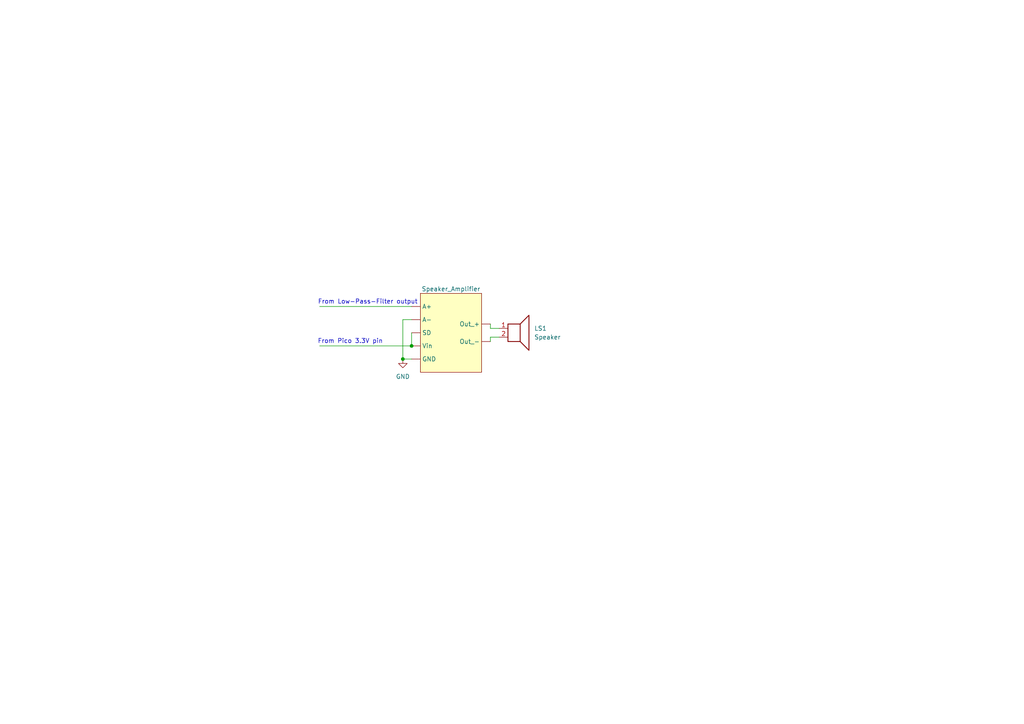
<source format=kicad_sch>
(kicad_sch
	(version 20250114)
	(generator "eeschema")
	(generator_version "9.0")
	(uuid "7aaefa64-3f40-4c94-bf61-425bebd96ec1")
	(paper "A4")
	(lib_symbols
		(symbol "Device:Speaker"
			(pin_names
				(offset 0)
				(hide yes)
			)
			(exclude_from_sim no)
			(in_bom yes)
			(on_board yes)
			(property "Reference" "LS"
				(at 1.27 5.715 0)
				(effects
					(font
						(size 1.27 1.27)
					)
					(justify right)
				)
			)
			(property "Value" "Speaker"
				(at 1.27 3.81 0)
				(effects
					(font
						(size 1.27 1.27)
					)
					(justify right)
				)
			)
			(property "Footprint" ""
				(at 0 -5.08 0)
				(effects
					(font
						(size 1.27 1.27)
					)
					(hide yes)
				)
			)
			(property "Datasheet" "~"
				(at -0.254 -1.27 0)
				(effects
					(font
						(size 1.27 1.27)
					)
					(hide yes)
				)
			)
			(property "Description" "Speaker"
				(at 0 0 0)
				(effects
					(font
						(size 1.27 1.27)
					)
					(hide yes)
				)
			)
			(property "ki_keywords" "speaker sound"
				(at 0 0 0)
				(effects
					(font
						(size 1.27 1.27)
					)
					(hide yes)
				)
			)
			(symbol "Speaker_0_0"
				(rectangle
					(start -2.54 1.27)
					(end 1.016 -3.81)
					(stroke
						(width 0.254)
						(type default)
					)
					(fill
						(type none)
					)
				)
				(polyline
					(pts
						(xy 1.016 1.27) (xy 3.556 3.81) (xy 3.556 -6.35) (xy 1.016 -3.81)
					)
					(stroke
						(width 0.254)
						(type default)
					)
					(fill
						(type none)
					)
				)
			)
			(symbol "Speaker_1_1"
				(pin input line
					(at -5.08 0 0)
					(length 2.54)
					(name "1"
						(effects
							(font
								(size 1.27 1.27)
							)
						)
					)
					(number "1"
						(effects
							(font
								(size 1.27 1.27)
							)
						)
					)
				)
				(pin input line
					(at -5.08 -2.54 0)
					(length 2.54)
					(name "2"
						(effects
							(font
								(size 1.27 1.27)
							)
						)
					)
					(number "2"
						(effects
							(font
								(size 1.27 1.27)
							)
						)
					)
				)
			)
			(embedded_fonts no)
		)
		(symbol "New_Library:Speaker_Amplifier"
			(exclude_from_sim no)
			(in_bom yes)
			(on_board yes)
			(property "Reference" "Speaker_Amplifier"
				(at 0 0 0)
				(effects
					(font
						(size 1.27 1.27)
					)
				)
			)
			(property "Value" ""
				(at 0 0 0)
				(effects
					(font
						(size 1.27 1.27)
					)
				)
			)
			(property "Footprint" ""
				(at 0 0 0)
				(effects
					(font
						(size 1.27 1.27)
					)
					(hide yes)
				)
			)
			(property "Datasheet" ""
				(at 0 0 0)
				(effects
					(font
						(size 1.27 1.27)
					)
					(hide yes)
				)
			)
			(property "Description" ""
				(at 0 0 0)
				(effects
					(font
						(size 1.27 1.27)
					)
					(hide yes)
				)
			)
			(symbol "Speaker_Amplifier_0_1"
				(rectangle
					(start -8.89 24.13)
					(end 8.89 1.27)
					(stroke
						(width 0)
						(type default)
					)
					(fill
						(type background)
					)
				)
			)
			(symbol "Speaker_Amplifier_1_1"
				(pin unspecified line
					(at -11.43 20.32 0)
					(length 2.54)
					(name "A+"
						(effects
							(font
								(size 1.27 1.27)
							)
						)
					)
					(number ""
						(effects
							(font
								(size 1.27 1.27)
							)
						)
					)
				)
				(pin unspecified line
					(at -11.43 16.51 0)
					(length 2.54)
					(name "A-"
						(effects
							(font
								(size 1.27 1.27)
							)
						)
					)
					(number ""
						(effects
							(font
								(size 1.27 1.27)
							)
						)
					)
				)
				(pin unspecified line
					(at -11.43 12.7 0)
					(length 2.54)
					(name "SD"
						(effects
							(font
								(size 1.27 1.27)
							)
						)
					)
					(number ""
						(effects
							(font
								(size 1.27 1.27)
							)
						)
					)
				)
				(pin unspecified line
					(at -11.43 8.89 0)
					(length 2.54)
					(name "Vin"
						(effects
							(font
								(size 1.27 1.27)
							)
						)
					)
					(number ""
						(effects
							(font
								(size 1.27 1.27)
							)
						)
					)
				)
				(pin unspecified line
					(at -11.43 5.08 0)
					(length 2.54)
					(name "GND"
						(effects
							(font
								(size 1.27 1.27)
							)
						)
					)
					(number ""
						(effects
							(font
								(size 1.27 1.27)
							)
						)
					)
				)
				(pin unspecified line
					(at 11.43 15.24 180)
					(length 2.54)
					(name "Out_+"
						(effects
							(font
								(size 1.27 1.27)
							)
						)
					)
					(number ""
						(effects
							(font
								(size 1.27 1.27)
							)
						)
					)
				)
				(pin unspecified line
					(at 11.43 10.16 180)
					(length 2.54)
					(name "Out_-"
						(effects
							(font
								(size 1.27 1.27)
							)
						)
					)
					(number ""
						(effects
							(font
								(size 1.27 1.27)
							)
						)
					)
				)
			)
			(embedded_fonts no)
		)
		(symbol "power:GND"
			(power)
			(pin_numbers
				(hide yes)
			)
			(pin_names
				(offset 0)
				(hide yes)
			)
			(exclude_from_sim no)
			(in_bom yes)
			(on_board yes)
			(property "Reference" "#PWR"
				(at 0 -6.35 0)
				(effects
					(font
						(size 1.27 1.27)
					)
					(hide yes)
				)
			)
			(property "Value" "GND"
				(at 0 -3.81 0)
				(effects
					(font
						(size 1.27 1.27)
					)
				)
			)
			(property "Footprint" ""
				(at 0 0 0)
				(effects
					(font
						(size 1.27 1.27)
					)
					(hide yes)
				)
			)
			(property "Datasheet" ""
				(at 0 0 0)
				(effects
					(font
						(size 1.27 1.27)
					)
					(hide yes)
				)
			)
			(property "Description" "Power symbol creates a global label with name \"GND\" , ground"
				(at 0 0 0)
				(effects
					(font
						(size 1.27 1.27)
					)
					(hide yes)
				)
			)
			(property "ki_keywords" "global power"
				(at 0 0 0)
				(effects
					(font
						(size 1.27 1.27)
					)
					(hide yes)
				)
			)
			(symbol "GND_0_1"
				(polyline
					(pts
						(xy 0 0) (xy 0 -1.27) (xy 1.27 -1.27) (xy 0 -2.54) (xy -1.27 -1.27) (xy 0 -1.27)
					)
					(stroke
						(width 0)
						(type default)
					)
					(fill
						(type none)
					)
				)
			)
			(symbol "GND_1_1"
				(pin power_in line
					(at 0 0 270)
					(length 0)
					(name "~"
						(effects
							(font
								(size 1.27 1.27)
							)
						)
					)
					(number "1"
						(effects
							(font
								(size 1.27 1.27)
							)
						)
					)
				)
			)
			(embedded_fonts no)
		)
	)
	(text "From Pico 3.3V pin\n"
		(exclude_from_sim no)
		(at 101.6 99.06 0)
		(effects
			(font
				(size 1.27 1.27)
			)
		)
		(uuid "48dfb20b-5de2-4801-be00-8cd50b837d35")
	)
	(text "From Low-Pass-Filter output\n"
		(exclude_from_sim no)
		(at 106.68 87.63 0)
		(effects
			(font
				(size 1.27 1.27)
			)
		)
		(uuid "fa799d5c-7e22-4efc-9d2b-66ad8b1afda1")
	)
	(junction
		(at 116.84 104.14)
		(diameter 0)
		(color 0 0 0 0)
		(uuid "8258e5bb-a868-4104-8995-499ab3c78c27")
	)
	(junction
		(at 119.38 100.33)
		(diameter 0)
		(color 0 0 0 0)
		(uuid "e0dd8f60-af15-41b9-bb2d-a988bc9bd94b")
	)
	(wire
		(pts
			(xy 142.24 99.06) (xy 142.24 97.79)
		)
		(stroke
			(width 0)
			(type default)
		)
		(uuid "15cf2929-539e-484d-80b3-08ea4f97d2b7")
	)
	(wire
		(pts
			(xy 116.84 92.71) (xy 116.84 104.14)
		)
		(stroke
			(width 0)
			(type default)
		)
		(uuid "27abdf5a-08c8-4ad1-bd16-3f99f8b2466c")
	)
	(wire
		(pts
			(xy 116.84 104.14) (xy 119.38 104.14)
		)
		(stroke
			(width 0)
			(type default)
		)
		(uuid "2d0ab093-1138-4e39-bf68-0454c454668b")
	)
	(wire
		(pts
			(xy 119.38 92.71) (xy 116.84 92.71)
		)
		(stroke
			(width 0)
			(type default)
		)
		(uuid "2fe24579-d7f9-41b2-8cd9-fe7314d229f7")
	)
	(wire
		(pts
			(xy 142.24 97.79) (xy 144.78 97.79)
		)
		(stroke
			(width 0)
			(type default)
		)
		(uuid "429609e7-6f4d-4747-8e57-eab9de597e1c")
	)
	(wire
		(pts
			(xy 92.71 100.33) (xy 119.38 100.33)
		)
		(stroke
			(width 0)
			(type default)
		)
		(uuid "46b7c731-27c7-42f8-9b58-1c1121797432")
	)
	(wire
		(pts
			(xy 119.38 96.52) (xy 119.38 100.33)
		)
		(stroke
			(width 0)
			(type default)
		)
		(uuid "59fda95a-c873-49fb-9304-ee3bcbf44c2a")
	)
	(wire
		(pts
			(xy 142.24 93.98) (xy 142.24 95.25)
		)
		(stroke
			(width 0)
			(type default)
		)
		(uuid "77d24249-0548-4b9f-8288-3292171c7e6a")
	)
	(wire
		(pts
			(xy 142.24 95.25) (xy 144.78 95.25)
		)
		(stroke
			(width 0)
			(type default)
		)
		(uuid "8d2b13da-f6d0-4696-a35c-fd0619c8770a")
	)
	(wire
		(pts
			(xy 92.71 88.9) (xy 119.38 88.9)
		)
		(stroke
			(width 0)
			(type default)
		)
		(uuid "e3ed48e3-f550-4a8f-a694-d09e7c597fdb")
	)
	(symbol
		(lib_id "Device:Speaker")
		(at 149.86 95.25 0)
		(unit 1)
		(exclude_from_sim no)
		(in_bom yes)
		(on_board yes)
		(dnp no)
		(fields_autoplaced yes)
		(uuid "51895bb9-4294-45a3-9b72-3d88d9e8d09f")
		(property "Reference" "LS1"
			(at 154.94 95.2499 0)
			(effects
				(font
					(size 1.27 1.27)
				)
				(justify left)
			)
		)
		(property "Value" "Speaker"
			(at 154.94 97.7899 0)
			(effects
				(font
					(size 1.27 1.27)
				)
				(justify left)
			)
		)
		(property "Footprint" ""
			(at 149.86 100.33 0)
			(effects
				(font
					(size 1.27 1.27)
				)
				(hide yes)
			)
		)
		(property "Datasheet" "~"
			(at 149.606 96.52 0)
			(effects
				(font
					(size 1.27 1.27)
				)
				(hide yes)
			)
		)
		(property "Description" "Speaker"
			(at 149.86 95.25 0)
			(effects
				(font
					(size 1.27 1.27)
				)
				(hide yes)
			)
		)
		(pin "2"
			(uuid "2b3def44-c180-472e-a17f-e274a1b83c3b")
		)
		(pin "1"
			(uuid "5bbb5c58-8710-4bfc-ac78-3ec1e4521368")
		)
		(instances
			(project ""
				(path "/7a474c3b-855e-4a89-97e9-3d42055b899d/13abb167-e2e8-4fd1-a1d2-3e43eead915b"
					(reference "LS1")
					(unit 1)
				)
			)
		)
	)
	(symbol
		(lib_id "New_Library:Speaker_Amplifier")
		(at 130.81 109.22 0)
		(unit 1)
		(exclude_from_sim no)
		(in_bom yes)
		(on_board yes)
		(dnp no)
		(uuid "9947f18d-9ca9-4a3d-8e68-cfc0f2abcf4d")
		(property "Reference" "Speaker_Amplifier"
			(at 130.81 83.82 0)
			(effects
				(font
					(size 1.27 1.27)
				)
			)
		)
		(property "Value" "~"
			(at 130.81 82.55 0)
			(effects
				(font
					(size 1.27 1.27)
				)
				(hide yes)
			)
		)
		(property "Footprint" ""
			(at 130.81 109.22 0)
			(effects
				(font
					(size 1.27 1.27)
				)
				(hide yes)
			)
		)
		(property "Datasheet" ""
			(at 130.81 109.22 0)
			(effects
				(font
					(size 1.27 1.27)
				)
				(hide yes)
			)
		)
		(property "Description" ""
			(at 130.81 109.22 0)
			(effects
				(font
					(size 1.27 1.27)
				)
				(hide yes)
			)
		)
		(pin ""
			(uuid "5722d213-2d83-439e-ae76-f423fb2de897")
		)
		(pin ""
			(uuid "43ed60a6-9dfd-49af-a5c7-ac7a47eccd93")
		)
		(pin ""
			(uuid "3db8f23a-5ea4-471a-8228-0bda6333e76c")
		)
		(pin ""
			(uuid "e5dd86fb-d54c-47ba-8edc-4696f0233d70")
		)
		(pin ""
			(uuid "aee74195-46ef-4bec-876d-b600ded243f2")
		)
		(pin ""
			(uuid "a7318573-ae05-412f-9261-43ef711227c2")
		)
		(pin ""
			(uuid "cc775eaf-2c30-490a-9be2-392337484eab")
		)
		(instances
			(project ""
				(path "/7a474c3b-855e-4a89-97e9-3d42055b899d/13abb167-e2e8-4fd1-a1d2-3e43eead915b"
					(reference "Speaker_Amplifier")
					(unit 1)
				)
			)
		)
	)
	(symbol
		(lib_id "power:GND")
		(at 116.84 104.14 0)
		(unit 1)
		(exclude_from_sim no)
		(in_bom yes)
		(on_board yes)
		(dnp no)
		(fields_autoplaced yes)
		(uuid "b1eaba46-65d2-4c03-9512-61a584e200f7")
		(property "Reference" "#PWR03"
			(at 116.84 110.49 0)
			(effects
				(font
					(size 1.27 1.27)
				)
				(hide yes)
			)
		)
		(property "Value" "GND"
			(at 116.84 109.22 0)
			(effects
				(font
					(size 1.27 1.27)
				)
			)
		)
		(property "Footprint" ""
			(at 116.84 104.14 0)
			(effects
				(font
					(size 1.27 1.27)
				)
				(hide yes)
			)
		)
		(property "Datasheet" ""
			(at 116.84 104.14 0)
			(effects
				(font
					(size 1.27 1.27)
				)
				(hide yes)
			)
		)
		(property "Description" "Power symbol creates a global label with name \"GND\" , ground"
			(at 116.84 104.14 0)
			(effects
				(font
					(size 1.27 1.27)
				)
				(hide yes)
			)
		)
		(pin "1"
			(uuid "7dbeadf4-279c-4fec-a545-cf3bdef45cc3")
		)
		(instances
			(project ""
				(path "/7a474c3b-855e-4a89-97e9-3d42055b899d/13abb167-e2e8-4fd1-a1d2-3e43eead915b"
					(reference "#PWR03")
					(unit 1)
				)
			)
		)
	)
)

</source>
